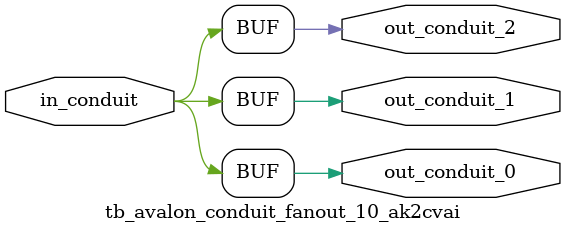
<source format=sv>


 


// --------------------------------------------------------------------------------
//| Avalon Conduit Fan-Out
// --------------------------------------------------------------------------------

// ------------------------------------------
// Generation parameters:
//   output_name:       tb_avalon_conduit_fanout_10_ak2cvai
//   numFanOut:         3
//   
// ------------------------------------------

module tb_avalon_conduit_fanout_10_ak2cvai (     

// Interface: out_conduit_0
 output                    out_conduit_0,
// Interface: out_conduit_1
 output                    out_conduit_1,
// Interface: out_conduit_2
 output                    out_conduit_2,

// Interface: in_conduit
 input                   in_conduit

);

   assign  out_conduit_0 = in_conduit;
   assign  out_conduit_1 = in_conduit;
   assign  out_conduit_2 = in_conduit;

endmodule //


</source>
